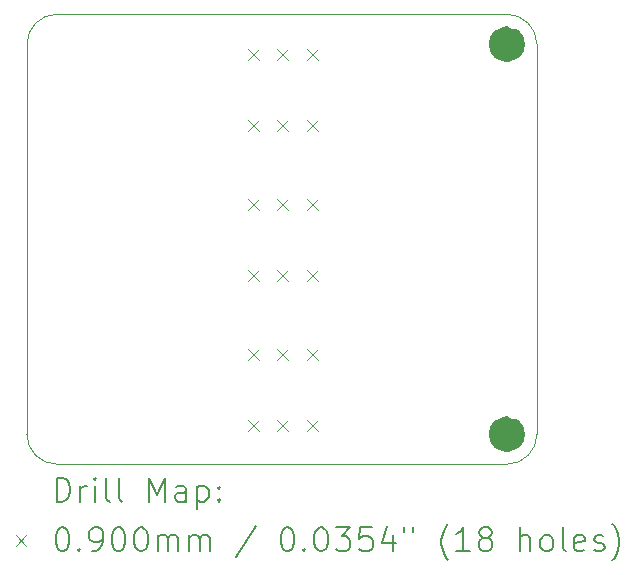
<source format=gbr>
%FSLAX45Y45*%
G04 Gerber Fmt 4.5, Leading zero omitted, Abs format (unit mm)*
G04 Created by KiCad (PCBNEW (6.0.5)) date 2022-06-29 19:51:04*
%MOMM*%
%LPD*%
G01*
G04 APERTURE LIST*
%TA.AperFunction,Profile*%
%ADD10C,0.100000*%
%TD*%
%TA.AperFunction,Profile*%
%ADD11C,1.550000*%
%TD*%
%ADD12C,0.200000*%
%ADD13C,0.090000*%
G04 APERTURE END LIST*
D10*
X13589000Y-11557000D02*
G75*
G03*
X13843000Y-11811000I254000J0D01*
G01*
X17907000Y-8255000D02*
G75*
G03*
X17653000Y-8001000I-254000J0D01*
G01*
D11*
X17730500Y-8255000D02*
G75*
G03*
X17730500Y-8255000I-77500J0D01*
G01*
D10*
X17653000Y-11811000D02*
G75*
G03*
X17907000Y-11557000I0J254000D01*
G01*
X17907000Y-8255000D02*
X17907000Y-11557000D01*
D11*
X17730500Y-11557000D02*
G75*
G03*
X17730500Y-11557000I-77500J0D01*
G01*
D10*
X13843000Y-11811000D02*
X17653000Y-11811000D01*
X13589000Y-8255000D02*
X13589000Y-11557000D01*
X17653000Y-8001000D02*
X13843000Y-8001000D01*
X13843000Y-8001000D02*
G75*
G03*
X13589000Y-8255000I0J-254000D01*
G01*
D12*
D13*
X15460750Y-8298750D02*
X15550750Y-8388750D01*
X15550750Y-8298750D02*
X15460750Y-8388750D01*
X15460750Y-8898750D02*
X15550750Y-8988750D01*
X15550750Y-8898750D02*
X15460750Y-8988750D01*
X15460750Y-9568750D02*
X15550750Y-9658750D01*
X15550750Y-9568750D02*
X15460750Y-9658750D01*
X15460750Y-10168750D02*
X15550750Y-10258750D01*
X15550750Y-10168750D02*
X15460750Y-10258750D01*
X15460750Y-10838750D02*
X15550750Y-10928750D01*
X15550750Y-10838750D02*
X15460750Y-10928750D01*
X15460750Y-11438750D02*
X15550750Y-11528750D01*
X15550750Y-11438750D02*
X15460750Y-11528750D01*
X15710750Y-8298750D02*
X15800750Y-8388750D01*
X15800750Y-8298750D02*
X15710750Y-8388750D01*
X15710750Y-8898750D02*
X15800750Y-8988750D01*
X15800750Y-8898750D02*
X15710750Y-8988750D01*
X15710750Y-9568750D02*
X15800750Y-9658750D01*
X15800750Y-9568750D02*
X15710750Y-9658750D01*
X15710750Y-10168750D02*
X15800750Y-10258750D01*
X15800750Y-10168750D02*
X15710750Y-10258750D01*
X15710750Y-10838750D02*
X15800750Y-10928750D01*
X15800750Y-10838750D02*
X15710750Y-10928750D01*
X15710750Y-11438750D02*
X15800750Y-11528750D01*
X15800750Y-11438750D02*
X15710750Y-11528750D01*
X15960750Y-8298750D02*
X16050750Y-8388750D01*
X16050750Y-8298750D02*
X15960750Y-8388750D01*
X15960750Y-8898750D02*
X16050750Y-8988750D01*
X16050750Y-8898750D02*
X15960750Y-8988750D01*
X15960750Y-9568750D02*
X16050750Y-9658750D01*
X16050750Y-9568750D02*
X15960750Y-9658750D01*
X15960750Y-10168750D02*
X16050750Y-10258750D01*
X16050750Y-10168750D02*
X15960750Y-10258750D01*
X15960750Y-10838750D02*
X16050750Y-10928750D01*
X16050750Y-10838750D02*
X15960750Y-10928750D01*
X15960750Y-11438750D02*
X16050750Y-11528750D01*
X16050750Y-11438750D02*
X15960750Y-11528750D01*
D12*
X13841619Y-12126476D02*
X13841619Y-11926476D01*
X13889238Y-11926476D01*
X13917809Y-11936000D01*
X13936857Y-11955048D01*
X13946381Y-11974095D01*
X13955905Y-12012190D01*
X13955905Y-12040762D01*
X13946381Y-12078857D01*
X13936857Y-12097905D01*
X13917809Y-12116952D01*
X13889238Y-12126476D01*
X13841619Y-12126476D01*
X14041619Y-12126476D02*
X14041619Y-11993143D01*
X14041619Y-12031238D02*
X14051143Y-12012190D01*
X14060667Y-12002667D01*
X14079714Y-11993143D01*
X14098762Y-11993143D01*
X14165428Y-12126476D02*
X14165428Y-11993143D01*
X14165428Y-11926476D02*
X14155905Y-11936000D01*
X14165428Y-11945524D01*
X14174952Y-11936000D01*
X14165428Y-11926476D01*
X14165428Y-11945524D01*
X14289238Y-12126476D02*
X14270190Y-12116952D01*
X14260667Y-12097905D01*
X14260667Y-11926476D01*
X14394000Y-12126476D02*
X14374952Y-12116952D01*
X14365428Y-12097905D01*
X14365428Y-11926476D01*
X14622571Y-12126476D02*
X14622571Y-11926476D01*
X14689238Y-12069333D01*
X14755905Y-11926476D01*
X14755905Y-12126476D01*
X14936857Y-12126476D02*
X14936857Y-12021714D01*
X14927333Y-12002667D01*
X14908286Y-11993143D01*
X14870190Y-11993143D01*
X14851143Y-12002667D01*
X14936857Y-12116952D02*
X14917809Y-12126476D01*
X14870190Y-12126476D01*
X14851143Y-12116952D01*
X14841619Y-12097905D01*
X14841619Y-12078857D01*
X14851143Y-12059809D01*
X14870190Y-12050286D01*
X14917809Y-12050286D01*
X14936857Y-12040762D01*
X15032095Y-11993143D02*
X15032095Y-12193143D01*
X15032095Y-12002667D02*
X15051143Y-11993143D01*
X15089238Y-11993143D01*
X15108286Y-12002667D01*
X15117809Y-12012190D01*
X15127333Y-12031238D01*
X15127333Y-12088381D01*
X15117809Y-12107428D01*
X15108286Y-12116952D01*
X15089238Y-12126476D01*
X15051143Y-12126476D01*
X15032095Y-12116952D01*
X15213048Y-12107428D02*
X15222571Y-12116952D01*
X15213048Y-12126476D01*
X15203524Y-12116952D01*
X15213048Y-12107428D01*
X15213048Y-12126476D01*
X15213048Y-12002667D02*
X15222571Y-12012190D01*
X15213048Y-12021714D01*
X15203524Y-12012190D01*
X15213048Y-12002667D01*
X15213048Y-12021714D01*
D13*
X13494000Y-12411000D02*
X13584000Y-12501000D01*
X13584000Y-12411000D02*
X13494000Y-12501000D01*
D12*
X13879714Y-12346476D02*
X13898762Y-12346476D01*
X13917809Y-12356000D01*
X13927333Y-12365524D01*
X13936857Y-12384571D01*
X13946381Y-12422667D01*
X13946381Y-12470286D01*
X13936857Y-12508381D01*
X13927333Y-12527428D01*
X13917809Y-12536952D01*
X13898762Y-12546476D01*
X13879714Y-12546476D01*
X13860667Y-12536952D01*
X13851143Y-12527428D01*
X13841619Y-12508381D01*
X13832095Y-12470286D01*
X13832095Y-12422667D01*
X13841619Y-12384571D01*
X13851143Y-12365524D01*
X13860667Y-12356000D01*
X13879714Y-12346476D01*
X14032095Y-12527428D02*
X14041619Y-12536952D01*
X14032095Y-12546476D01*
X14022571Y-12536952D01*
X14032095Y-12527428D01*
X14032095Y-12546476D01*
X14136857Y-12546476D02*
X14174952Y-12546476D01*
X14194000Y-12536952D01*
X14203524Y-12527428D01*
X14222571Y-12498857D01*
X14232095Y-12460762D01*
X14232095Y-12384571D01*
X14222571Y-12365524D01*
X14213048Y-12356000D01*
X14194000Y-12346476D01*
X14155905Y-12346476D01*
X14136857Y-12356000D01*
X14127333Y-12365524D01*
X14117809Y-12384571D01*
X14117809Y-12432190D01*
X14127333Y-12451238D01*
X14136857Y-12460762D01*
X14155905Y-12470286D01*
X14194000Y-12470286D01*
X14213048Y-12460762D01*
X14222571Y-12451238D01*
X14232095Y-12432190D01*
X14355905Y-12346476D02*
X14374952Y-12346476D01*
X14394000Y-12356000D01*
X14403524Y-12365524D01*
X14413048Y-12384571D01*
X14422571Y-12422667D01*
X14422571Y-12470286D01*
X14413048Y-12508381D01*
X14403524Y-12527428D01*
X14394000Y-12536952D01*
X14374952Y-12546476D01*
X14355905Y-12546476D01*
X14336857Y-12536952D01*
X14327333Y-12527428D01*
X14317809Y-12508381D01*
X14308286Y-12470286D01*
X14308286Y-12422667D01*
X14317809Y-12384571D01*
X14327333Y-12365524D01*
X14336857Y-12356000D01*
X14355905Y-12346476D01*
X14546381Y-12346476D02*
X14565428Y-12346476D01*
X14584476Y-12356000D01*
X14594000Y-12365524D01*
X14603524Y-12384571D01*
X14613048Y-12422667D01*
X14613048Y-12470286D01*
X14603524Y-12508381D01*
X14594000Y-12527428D01*
X14584476Y-12536952D01*
X14565428Y-12546476D01*
X14546381Y-12546476D01*
X14527333Y-12536952D01*
X14517809Y-12527428D01*
X14508286Y-12508381D01*
X14498762Y-12470286D01*
X14498762Y-12422667D01*
X14508286Y-12384571D01*
X14517809Y-12365524D01*
X14527333Y-12356000D01*
X14546381Y-12346476D01*
X14698762Y-12546476D02*
X14698762Y-12413143D01*
X14698762Y-12432190D02*
X14708286Y-12422667D01*
X14727333Y-12413143D01*
X14755905Y-12413143D01*
X14774952Y-12422667D01*
X14784476Y-12441714D01*
X14784476Y-12546476D01*
X14784476Y-12441714D02*
X14794000Y-12422667D01*
X14813048Y-12413143D01*
X14841619Y-12413143D01*
X14860667Y-12422667D01*
X14870190Y-12441714D01*
X14870190Y-12546476D01*
X14965428Y-12546476D02*
X14965428Y-12413143D01*
X14965428Y-12432190D02*
X14974952Y-12422667D01*
X14994000Y-12413143D01*
X15022571Y-12413143D01*
X15041619Y-12422667D01*
X15051143Y-12441714D01*
X15051143Y-12546476D01*
X15051143Y-12441714D02*
X15060667Y-12422667D01*
X15079714Y-12413143D01*
X15108286Y-12413143D01*
X15127333Y-12422667D01*
X15136857Y-12441714D01*
X15136857Y-12546476D01*
X15527333Y-12336952D02*
X15355905Y-12594095D01*
X15784476Y-12346476D02*
X15803524Y-12346476D01*
X15822571Y-12356000D01*
X15832095Y-12365524D01*
X15841619Y-12384571D01*
X15851143Y-12422667D01*
X15851143Y-12470286D01*
X15841619Y-12508381D01*
X15832095Y-12527428D01*
X15822571Y-12536952D01*
X15803524Y-12546476D01*
X15784476Y-12546476D01*
X15765428Y-12536952D01*
X15755905Y-12527428D01*
X15746381Y-12508381D01*
X15736857Y-12470286D01*
X15736857Y-12422667D01*
X15746381Y-12384571D01*
X15755905Y-12365524D01*
X15765428Y-12356000D01*
X15784476Y-12346476D01*
X15936857Y-12527428D02*
X15946381Y-12536952D01*
X15936857Y-12546476D01*
X15927333Y-12536952D01*
X15936857Y-12527428D01*
X15936857Y-12546476D01*
X16070190Y-12346476D02*
X16089238Y-12346476D01*
X16108286Y-12356000D01*
X16117809Y-12365524D01*
X16127333Y-12384571D01*
X16136857Y-12422667D01*
X16136857Y-12470286D01*
X16127333Y-12508381D01*
X16117809Y-12527428D01*
X16108286Y-12536952D01*
X16089238Y-12546476D01*
X16070190Y-12546476D01*
X16051143Y-12536952D01*
X16041619Y-12527428D01*
X16032095Y-12508381D01*
X16022571Y-12470286D01*
X16022571Y-12422667D01*
X16032095Y-12384571D01*
X16041619Y-12365524D01*
X16051143Y-12356000D01*
X16070190Y-12346476D01*
X16203524Y-12346476D02*
X16327333Y-12346476D01*
X16260667Y-12422667D01*
X16289238Y-12422667D01*
X16308286Y-12432190D01*
X16317809Y-12441714D01*
X16327333Y-12460762D01*
X16327333Y-12508381D01*
X16317809Y-12527428D01*
X16308286Y-12536952D01*
X16289238Y-12546476D01*
X16232095Y-12546476D01*
X16213048Y-12536952D01*
X16203524Y-12527428D01*
X16508286Y-12346476D02*
X16413048Y-12346476D01*
X16403524Y-12441714D01*
X16413048Y-12432190D01*
X16432095Y-12422667D01*
X16479714Y-12422667D01*
X16498762Y-12432190D01*
X16508286Y-12441714D01*
X16517809Y-12460762D01*
X16517809Y-12508381D01*
X16508286Y-12527428D01*
X16498762Y-12536952D01*
X16479714Y-12546476D01*
X16432095Y-12546476D01*
X16413048Y-12536952D01*
X16403524Y-12527428D01*
X16689238Y-12413143D02*
X16689238Y-12546476D01*
X16641619Y-12336952D02*
X16594000Y-12479809D01*
X16717809Y-12479809D01*
X16784476Y-12346476D02*
X16784476Y-12384571D01*
X16860667Y-12346476D02*
X16860667Y-12384571D01*
X17155905Y-12622667D02*
X17146381Y-12613143D01*
X17127333Y-12584571D01*
X17117810Y-12565524D01*
X17108286Y-12536952D01*
X17098762Y-12489333D01*
X17098762Y-12451238D01*
X17108286Y-12403619D01*
X17117810Y-12375048D01*
X17127333Y-12356000D01*
X17146381Y-12327428D01*
X17155905Y-12317905D01*
X17336857Y-12546476D02*
X17222571Y-12546476D01*
X17279714Y-12546476D02*
X17279714Y-12346476D01*
X17260667Y-12375048D01*
X17241619Y-12394095D01*
X17222571Y-12403619D01*
X17451143Y-12432190D02*
X17432095Y-12422667D01*
X17422571Y-12413143D01*
X17413048Y-12394095D01*
X17413048Y-12384571D01*
X17422571Y-12365524D01*
X17432095Y-12356000D01*
X17451143Y-12346476D01*
X17489238Y-12346476D01*
X17508286Y-12356000D01*
X17517810Y-12365524D01*
X17527333Y-12384571D01*
X17527333Y-12394095D01*
X17517810Y-12413143D01*
X17508286Y-12422667D01*
X17489238Y-12432190D01*
X17451143Y-12432190D01*
X17432095Y-12441714D01*
X17422571Y-12451238D01*
X17413048Y-12470286D01*
X17413048Y-12508381D01*
X17422571Y-12527428D01*
X17432095Y-12536952D01*
X17451143Y-12546476D01*
X17489238Y-12546476D01*
X17508286Y-12536952D01*
X17517810Y-12527428D01*
X17527333Y-12508381D01*
X17527333Y-12470286D01*
X17517810Y-12451238D01*
X17508286Y-12441714D01*
X17489238Y-12432190D01*
X17765429Y-12546476D02*
X17765429Y-12346476D01*
X17851143Y-12546476D02*
X17851143Y-12441714D01*
X17841619Y-12422667D01*
X17822571Y-12413143D01*
X17794000Y-12413143D01*
X17774952Y-12422667D01*
X17765429Y-12432190D01*
X17974952Y-12546476D02*
X17955905Y-12536952D01*
X17946381Y-12527428D01*
X17936857Y-12508381D01*
X17936857Y-12451238D01*
X17946381Y-12432190D01*
X17955905Y-12422667D01*
X17974952Y-12413143D01*
X18003524Y-12413143D01*
X18022571Y-12422667D01*
X18032095Y-12432190D01*
X18041619Y-12451238D01*
X18041619Y-12508381D01*
X18032095Y-12527428D01*
X18022571Y-12536952D01*
X18003524Y-12546476D01*
X17974952Y-12546476D01*
X18155905Y-12546476D02*
X18136857Y-12536952D01*
X18127333Y-12517905D01*
X18127333Y-12346476D01*
X18308286Y-12536952D02*
X18289238Y-12546476D01*
X18251143Y-12546476D01*
X18232095Y-12536952D01*
X18222571Y-12517905D01*
X18222571Y-12441714D01*
X18232095Y-12422667D01*
X18251143Y-12413143D01*
X18289238Y-12413143D01*
X18308286Y-12422667D01*
X18317810Y-12441714D01*
X18317810Y-12460762D01*
X18222571Y-12479809D01*
X18394000Y-12536952D02*
X18413048Y-12546476D01*
X18451143Y-12546476D01*
X18470190Y-12536952D01*
X18479714Y-12517905D01*
X18479714Y-12508381D01*
X18470190Y-12489333D01*
X18451143Y-12479809D01*
X18422571Y-12479809D01*
X18403524Y-12470286D01*
X18394000Y-12451238D01*
X18394000Y-12441714D01*
X18403524Y-12422667D01*
X18422571Y-12413143D01*
X18451143Y-12413143D01*
X18470190Y-12422667D01*
X18546381Y-12622667D02*
X18555905Y-12613143D01*
X18574952Y-12584571D01*
X18584476Y-12565524D01*
X18594000Y-12536952D01*
X18603524Y-12489333D01*
X18603524Y-12451238D01*
X18594000Y-12403619D01*
X18584476Y-12375048D01*
X18574952Y-12356000D01*
X18555905Y-12327428D01*
X18546381Y-12317905D01*
M02*

</source>
